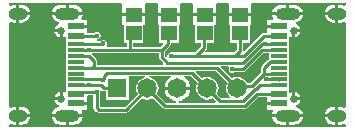
<source format=gtl>
G04*
G04 #@! TF.GenerationSoftware,Altium Limited,Altium Designer,20.0.10 (225)*
G04*
G04 Layer_Physical_Order=1*
G04 Layer_Color=255*
%FSLAX25Y25*%
%MOIN*%
G70*
G01*
G75*
%ADD14R,0.05709X0.02362*%
%ADD15R,0.05709X0.01181*%
%ADD16R,0.05512X0.05118*%
%ADD24C,0.02559*%
%ADD26C,0.01000*%
%ADD27C,0.06496*%
%ADD28R,0.06496X0.06496*%
%ADD29O,0.08268X0.03937*%
%ADD30O,0.06299X0.03937*%
%ADD31C,0.01496*%
G36*
X117878Y41791D02*
X117378Y41471D01*
X116940Y41652D01*
X116165Y41754D01*
X115484D01*
Y38760D01*
Y35766D01*
X116165D01*
X116940Y35868D01*
X117378Y36049D01*
X117878Y35729D01*
Y7775D01*
X117378Y7455D01*
X116940Y7636D01*
X116165Y7738D01*
X115484D01*
Y4744D01*
Y1750D01*
X116165D01*
X116940Y1852D01*
X117378Y2033D01*
X117878Y1713D01*
Y1020D01*
X5744D01*
Y1717D01*
X6244Y2035D01*
X6686Y1852D01*
X7461Y1750D01*
X8142D01*
Y4744D01*
Y7738D01*
X7461D01*
X6686Y7636D01*
X6244Y7453D01*
X5744Y7771D01*
Y35733D01*
X6244Y36051D01*
X6686Y35868D01*
X7461Y35766D01*
X8142D01*
Y38760D01*
Y41754D01*
X7461D01*
X6686Y41652D01*
X6244Y41469D01*
X5744Y41787D01*
Y42287D01*
X43087D01*
X43486Y42043D01*
X43486Y41787D01*
Y38984D01*
X50998D01*
Y41787D01*
X50998Y42043D01*
X51397Y42287D01*
X54898D01*
X55297Y42043D01*
X55297Y41787D01*
Y38984D01*
X62809D01*
Y41787D01*
X62809Y42043D01*
X63208Y42287D01*
X66709D01*
X67108Y42043D01*
X67108Y41787D01*
Y38984D01*
X74620D01*
Y41787D01*
X74620Y42043D01*
X75019Y42287D01*
X78521D01*
X78919Y42043D01*
X78919Y41787D01*
Y38984D01*
X86431D01*
Y41787D01*
X86431Y42043D01*
X86830Y42287D01*
X117878D01*
Y41791D01*
D02*
G37*
%LPC*%
G36*
X100693Y41754D02*
X99028D01*
Y39260D01*
X103621D01*
X103585Y39535D01*
X103286Y40257D01*
X102810Y40877D01*
X102190Y41353D01*
X101468Y41652D01*
X100693Y41754D01*
D02*
G37*
G36*
X114484D02*
X113803D01*
X113028Y41652D01*
X112306Y41353D01*
X111686Y40877D01*
X111210Y40257D01*
X110911Y39535D01*
X110875Y39260D01*
X114484D01*
Y41754D01*
D02*
G37*
G36*
X98027D02*
X96362D01*
X95587Y41652D01*
X94865Y41353D01*
X94245Y40877D01*
X93769Y40257D01*
X93470Y39535D01*
X93434Y39260D01*
X98027D01*
Y41754D01*
D02*
G37*
G36*
X27264Y41754D02*
X25598D01*
Y39260D01*
X30192D01*
X30156Y39535D01*
X29857Y40257D01*
X29381Y40877D01*
X28761Y41353D01*
X28039Y41652D01*
X27264Y41754D01*
D02*
G37*
G36*
X9823D02*
X9142D01*
Y39260D01*
X12751D01*
X12715Y39535D01*
X12416Y40257D01*
X11940Y40877D01*
X11320Y41353D01*
X10598Y41652D01*
X9823Y41754D01*
D02*
G37*
G36*
X24598D02*
X22933D01*
X22158Y41652D01*
X21436Y41353D01*
X20816Y40877D01*
X20340Y40257D01*
X20041Y39535D01*
X20005Y39260D01*
X24598D01*
Y41754D01*
D02*
G37*
G36*
X114484Y38260D02*
X110875D01*
X110911Y37985D01*
X111210Y37263D01*
X111686Y36643D01*
X112306Y36167D01*
X113028Y35868D01*
X113803Y35766D01*
X114484D01*
Y38260D01*
D02*
G37*
G36*
X12751Y38260D02*
X9142D01*
Y35766D01*
X9823D01*
X10598Y35868D01*
X11320Y36167D01*
X11940Y36643D01*
X12416Y37263D01*
X12715Y37985D01*
X12751Y38260D01*
D02*
G37*
G36*
X102839Y32630D02*
X101114D01*
Y30905D01*
X101504Y30983D01*
X102258Y31486D01*
X102761Y32241D01*
X102839Y32630D01*
D02*
G37*
G36*
X22512Y32630D02*
X20787D01*
X20865Y32241D01*
X21368Y31486D01*
X22122Y30983D01*
X22512Y30905D01*
Y32630D01*
D02*
G37*
G36*
X103621Y38260D02*
X98527D01*
X93434D01*
X93470Y37985D01*
X93769Y37263D01*
X93835Y37177D01*
X93614Y36728D01*
X91819D01*
Y35047D01*
X95673D01*
Y34047D01*
X91819D01*
Y32417D01*
X90551D01*
X90161Y32340D01*
X89830Y32119D01*
X84098Y26387D01*
X83598Y26594D01*
Y29126D01*
X85931D01*
Y34925D01*
X86431D01*
Y37984D01*
X78919D01*
Y34925D01*
X79419D01*
Y29126D01*
X81559D01*
Y26800D01*
X80582Y25823D01*
X71127D01*
X70935Y26285D01*
X71390Y26740D01*
X71611Y27070D01*
X71689Y27461D01*
Y29126D01*
X74120D01*
Y34925D01*
X74620D01*
Y37984D01*
X67108D01*
Y34925D01*
X67608D01*
Y29126D01*
X69650D01*
Y27883D01*
X67589Y25823D01*
X60465D01*
X60231Y25979D01*
X59744Y26076D01*
X59257Y25979D01*
X58844Y25703D01*
X58569Y25290D01*
X58472Y24803D01*
X58551Y24405D01*
X58306Y24191D01*
X58138Y24111D01*
X57614Y24635D01*
Y26251D01*
X59284Y27921D01*
X59505Y28251D01*
X59583Y28642D01*
Y29126D01*
X62309D01*
Y34925D01*
X62809D01*
Y37984D01*
X55297D01*
Y34925D01*
X55797D01*
Y29126D01*
X56898D01*
X57105Y28626D01*
X56172Y27693D01*
X46984D01*
Y29126D01*
X50498D01*
Y34925D01*
X50998D01*
Y37984D01*
X43486D01*
Y34925D01*
X43986D01*
Y29126D01*
X44945D01*
Y27693D01*
X38443D01*
X38176Y28193D01*
X38282Y28352D01*
X38379Y28839D01*
X38282Y29326D01*
X38006Y29738D01*
X37593Y30014D01*
X37106Y30111D01*
X36619Y30014D01*
X36206Y29738D01*
X36155Y29661D01*
X35172D01*
X35123Y30161D01*
X35428Y30222D01*
X35841Y30498D01*
X36117Y30911D01*
X36213Y31398D01*
X36117Y31885D01*
X35841Y32297D01*
X35428Y32573D01*
X34941Y32670D01*
X34454Y32573D01*
X34220Y32417D01*
X31807D01*
Y34047D01*
X27953D01*
Y35047D01*
X31807D01*
Y36728D01*
X30012D01*
X29791Y37177D01*
X29857Y37263D01*
X30156Y37985D01*
X30192Y38260D01*
X25098D01*
X20005D01*
X20041Y37985D01*
X20340Y37263D01*
X20816Y36643D01*
X21436Y36167D01*
X22158Y35868D01*
X22381Y35838D01*
X22398Y35332D01*
X22122Y35277D01*
X21368Y34773D01*
X20865Y34019D01*
X20787Y33630D01*
X23012D01*
Y33130D01*
X23512D01*
Y30905D01*
X23901Y30983D01*
X24158Y31154D01*
X24598Y30918D01*
Y25583D01*
Y21646D01*
Y17709D01*
Y12586D01*
X24158Y12350D01*
X23901Y12521D01*
X23512Y12599D01*
Y10374D01*
X23012D01*
Y9874D01*
X20787D01*
X20865Y9485D01*
X21368Y8731D01*
X22122Y8227D01*
X22398Y8172D01*
X22381Y7666D01*
X22158Y7636D01*
X21436Y7337D01*
X20816Y6861D01*
X20340Y6241D01*
X20041Y5519D01*
X20005Y5244D01*
X25098D01*
X30192D01*
X30156Y5519D01*
X29857Y6241D01*
X29791Y6327D01*
X30012Y6776D01*
X31807D01*
Y8457D01*
X27953D01*
Y9457D01*
X31807D01*
Y11138D01*
X31807D01*
X31949Y11579D01*
X33823D01*
Y7480D01*
X33900Y7090D01*
X34122Y6759D01*
X34811Y6070D01*
X35141Y5849D01*
X35531Y5772D01*
X44726D01*
X45117Y5849D01*
X45447Y6070D01*
X49964Y10587D01*
X50835Y10226D01*
X51813Y10098D01*
X52791Y10226D01*
X53662Y10587D01*
X56840Y7409D01*
X57171Y7188D01*
X57561Y7110D01*
X84389D01*
X84779Y7188D01*
X85110Y7409D01*
X88788Y11087D01*
X91819D01*
Y9457D01*
X95673D01*
Y8457D01*
X91819D01*
Y6776D01*
X93614D01*
X93835Y6327D01*
X93769Y6241D01*
X93470Y5519D01*
X93434Y5244D01*
X98527D01*
X103621D01*
X103585Y5519D01*
X103286Y6241D01*
X102810Y6861D01*
X102190Y7337D01*
X101468Y7636D01*
X101245Y7666D01*
X101228Y8172D01*
X101504Y8227D01*
X102258Y8731D01*
X102761Y9485D01*
X102839Y9874D01*
X100614D01*
Y10374D01*
X100114D01*
Y12599D01*
X99725Y12521D01*
X99468Y12350D01*
X99028Y12586D01*
Y15740D01*
Y19677D01*
Y23614D01*
Y27551D01*
Y30918D01*
X99468Y31154D01*
X99725Y30983D01*
X100114Y30905D01*
Y33130D01*
X100614D01*
Y33630D01*
X102839D01*
X102761Y34019D01*
X102258Y34773D01*
X101504Y35277D01*
X101228Y35332D01*
X101245Y35838D01*
X101468Y35868D01*
X102190Y36167D01*
X102810Y36643D01*
X103286Y37263D01*
X103585Y37985D01*
X103621Y38260D01*
D02*
G37*
G36*
X101114Y12599D02*
Y10874D01*
X102839D01*
X102761Y11263D01*
X102258Y12017D01*
X101504Y12521D01*
X101114Y12599D01*
D02*
G37*
G36*
X22512Y12599D02*
X22122Y12521D01*
X21368Y12017D01*
X20865Y11263D01*
X20787Y10874D01*
X22512D01*
Y12599D01*
D02*
G37*
G36*
X114484Y7738D02*
X113803D01*
X113028Y7636D01*
X112306Y7337D01*
X111686Y6861D01*
X111210Y6241D01*
X110911Y5519D01*
X110875Y5244D01*
X114484D01*
Y7738D01*
D02*
G37*
G36*
X9823Y7738D02*
X9142D01*
Y5244D01*
X12751D01*
X12715Y5519D01*
X12416Y6241D01*
X11940Y6861D01*
X11320Y7337D01*
X10598Y7636D01*
X9823Y7738D01*
D02*
G37*
G36*
X114484Y4244D02*
X110875D01*
X110911Y3969D01*
X111210Y3247D01*
X111686Y2627D01*
X112306Y2151D01*
X113028Y1852D01*
X113803Y1750D01*
X114484D01*
Y4244D01*
D02*
G37*
G36*
X103621D02*
X99028D01*
Y1750D01*
X100693D01*
X101468Y1852D01*
X102190Y2151D01*
X102810Y2627D01*
X103286Y3247D01*
X103585Y3969D01*
X103621Y4244D01*
D02*
G37*
G36*
X98027D02*
X93434D01*
X93470Y3969D01*
X93769Y3247D01*
X94245Y2627D01*
X94865Y2151D01*
X95587Y1852D01*
X96362Y1750D01*
X98027D01*
Y4244D01*
D02*
G37*
G36*
X30192Y4244D02*
X25598D01*
Y1750D01*
X27264D01*
X28039Y1852D01*
X28761Y2151D01*
X29381Y2627D01*
X29857Y3247D01*
X30156Y3969D01*
X30192Y4244D01*
D02*
G37*
G36*
X24598D02*
X20005D01*
X20041Y3969D01*
X20340Y3247D01*
X20816Y2627D01*
X21436Y2151D01*
X22158Y1852D01*
X22933Y1750D01*
X24598D01*
Y4244D01*
D02*
G37*
G36*
X12751D02*
X9142D01*
Y1750D01*
X9823D01*
X10598Y1852D01*
X11320Y2151D01*
X11940Y2627D01*
X12416Y3247D01*
X12715Y3969D01*
X12751Y4244D01*
D02*
G37*
%LPD*%
G36*
X55575Y24213D02*
X55652Y23822D01*
X55874Y23492D01*
X57116Y22249D01*
X56925Y21787D01*
X34878D01*
Y23130D01*
X34800Y23520D01*
X34579Y23851D01*
X33307Y25123D01*
X33293Y25193D01*
X33484Y25654D01*
X55575D01*
Y24213D01*
D02*
G37*
G36*
X92319Y23591D02*
X92302Y23588D01*
X91971Y23367D01*
X90095Y21490D01*
X89873Y21159D01*
X89796Y20769D01*
Y19221D01*
X86139Y15564D01*
X85171D01*
X85087Y15768D01*
X84486Y16551D01*
X83703Y17152D01*
X82791Y17529D01*
X81813Y17658D01*
X80835Y17529D01*
X79964Y17169D01*
X76173Y20959D01*
X76365Y21421D01*
X78781D01*
X79049Y20921D01*
X78943Y20763D01*
X78846Y20276D01*
X78943Y19789D01*
X79218Y19376D01*
X79631Y19100D01*
X80118Y19003D01*
X80605Y19100D01*
X80839Y19256D01*
X83672D01*
X84062Y19334D01*
X84393Y19555D01*
X90492Y25654D01*
X92319D01*
Y23591D01*
D02*
G37*
G36*
X51179Y17575D02*
X50835Y17529D01*
X49923Y17152D01*
X49140Y16551D01*
X48539Y15768D01*
X48161Y14856D01*
X48033Y13878D01*
X48161Y12900D01*
X48522Y12029D01*
X44304Y7811D01*
X35954D01*
X35862Y7903D01*
Y11878D01*
X36018Y12111D01*
X36115Y12598D01*
X36060Y12873D01*
X36398Y13099D01*
X36518Y13134D01*
X36815Y12936D01*
X37205Y12858D01*
X38065D01*
Y10130D01*
X45561D01*
Y17626D01*
X45561D01*
X45684Y18075D01*
X51147D01*
X51179Y17575D01*
D02*
G37*
G36*
X68522Y15727D02*
X68161Y14856D01*
X68033Y13878D01*
X68161Y12900D01*
X68539Y11988D01*
X69140Y11205D01*
X69923Y10604D01*
X70835Y10226D01*
X71813Y10098D01*
X72791Y10226D01*
X73662Y10587D01*
X74638Y9612D01*
X74446Y9149D01*
X62273D01*
X62240Y9650D01*
X62922Y9739D01*
X63955Y10167D01*
X64843Y10848D01*
X65524Y11736D01*
X65952Y12769D01*
X66032Y13378D01*
X57594D01*
X57674Y12769D01*
X58102Y11736D01*
X58783Y10848D01*
X59671Y10167D01*
X60704Y9739D01*
X61386Y9650D01*
X61353Y9149D01*
X57983D01*
X55104Y12029D01*
X55465Y12900D01*
X55593Y13878D01*
X55465Y14856D01*
X55087Y15768D01*
X54486Y16551D01*
X53703Y17152D01*
X52791Y17529D01*
X52447Y17575D01*
X52479Y18075D01*
X59522D01*
X59658Y17624D01*
X59653Y17575D01*
X58783Y16908D01*
X58102Y16020D01*
X57674Y14987D01*
X57594Y14378D01*
X66032D01*
X65952Y14987D01*
X65524Y16020D01*
X64843Y16908D01*
X63973Y17575D01*
X63968Y17624D01*
X64104Y18075D01*
X66174D01*
X68522Y15727D01*
D02*
G37*
G36*
X78522D02*
X78161Y14856D01*
X78033Y13878D01*
X78161Y12900D01*
X78539Y11988D01*
X79140Y11205D01*
X79246Y11123D01*
X79086Y10650D01*
X76483D01*
X75104Y12029D01*
X75464Y12900D01*
X75593Y13878D01*
X75464Y14856D01*
X75087Y15768D01*
X74486Y16551D01*
X73703Y17152D01*
X72791Y17529D01*
X71813Y17658D01*
X70835Y17529D01*
X69964Y17169D01*
X67847Y19286D01*
X68038Y19748D01*
X74501D01*
X78522Y15727D01*
D02*
G37*
D14*
X95673Y34547D02*
D03*
Y31398D02*
D03*
Y12106D02*
D03*
Y8957D02*
D03*
X27953Y8957D02*
D03*
Y12106D02*
D03*
Y31398D02*
D03*
Y34547D02*
D03*
D15*
X95673Y28642D02*
D03*
Y26673D02*
D03*
Y24705D02*
D03*
Y22736D02*
D03*
Y14862D02*
D03*
Y16831D02*
D03*
Y18799D02*
D03*
Y20768D02*
D03*
X27953Y14862D02*
D03*
Y16831D02*
D03*
Y18799D02*
D03*
Y20768D02*
D03*
Y28642D02*
D03*
Y26673D02*
D03*
Y24705D02*
D03*
Y22736D02*
D03*
D16*
X70864Y38484D02*
D03*
Y32185D02*
D03*
X59053Y38484D02*
D03*
Y32185D02*
D03*
X82675Y38484D02*
D03*
Y32185D02*
D03*
X47242Y38484D02*
D03*
Y32185D02*
D03*
D24*
X100614Y33130D02*
D03*
Y10374D02*
D03*
X23012Y10374D02*
D03*
Y33130D02*
D03*
D26*
X89917Y28642D02*
X95673D01*
X91339Y16831D02*
X95673D01*
X95583Y16740D02*
X95673Y16831D01*
X71813Y13878D02*
X76061Y9630D01*
X66596Y19094D02*
X71813Y13878D01*
X80118Y20276D02*
X83672D01*
X90069Y26673D02*
X95673D01*
X83672Y20276D02*
X90069Y26673D01*
X95583Y22646D02*
X95673Y22736D01*
X92692Y22646D02*
X95583D01*
X90815Y20769D02*
X92692Y22646D01*
X90815Y18799D02*
Y20769D01*
X51813Y13878D02*
X57561Y8130D01*
X87744Y13606D02*
X87968D01*
X84389Y8130D02*
X88365Y12106D01*
X76061Y9630D02*
X83767D01*
X87968Y13606D02*
X89224Y14862D01*
X88365Y12106D02*
X95673D01*
X57561Y8130D02*
X84389D01*
X83767Y9630D02*
X87744Y13606D01*
X89224Y14862D02*
X95673D01*
X81813Y13878D02*
X82480Y14545D01*
X86561D01*
X90815Y18799D01*
X95673D01*
X83716Y22441D02*
X89917Y28642D01*
X58366Y22441D02*
X83716D01*
X56595Y24213D02*
X58366Y22441D01*
X56595Y24213D02*
Y26673D01*
X58563Y28642D02*
Y31695D01*
X45571Y26673D02*
X56595D01*
X58563Y28642D01*
X59744Y24803D02*
X68012D01*
X38189Y19094D02*
X66596D01*
X37106Y16732D02*
X37201Y16827D01*
Y18107D01*
X38189Y19094D01*
X37205Y13878D02*
X41813D01*
X32480Y14862D02*
X36220D01*
X37205Y13878D01*
X27953Y12106D02*
X28445Y12598D01*
X34843D01*
X44726Y6791D02*
X51813Y13878D01*
X35531Y6791D02*
X44726D01*
X34843Y7480D02*
Y12598D01*
Y7480D02*
X35531Y6791D01*
X90551Y31398D02*
X95673D01*
X83957Y24803D02*
X90551Y31398D01*
X81004Y24803D02*
X83957D01*
X82579Y32089D02*
X82675Y32185D01*
X82579Y26378D02*
Y32089D01*
X68012Y24803D02*
X81004D01*
X82579Y26378D01*
X70669Y31990D02*
X70864Y32185D01*
X70669Y27461D02*
Y31990D01*
X68012Y24803D02*
X70669Y27461D01*
X36909Y28642D02*
X37106Y28839D01*
X27953Y28642D02*
X36909D01*
X58563Y31695D02*
X59053Y32185D01*
X45965Y30907D02*
X47242Y32185D01*
X45965Y27067D02*
Y30907D01*
X45571Y26673D02*
X45965Y27067D01*
X32480Y26673D02*
X45571D01*
X74923Y20768D02*
X81813Y13878D01*
X33272Y20768D02*
X74923D01*
X33858Y21353D02*
Y23130D01*
X27953Y20768D02*
X27953Y20768D01*
X33272D01*
X33858Y21353D01*
X27953Y24705D02*
X32283D01*
X33858Y23130D01*
X27953Y31398D02*
X34941D01*
X34941Y31398D01*
X27953Y31398D02*
X28248Y31102D01*
X27953Y16831D02*
X37008D01*
X37106Y16732D01*
X27953Y14862D02*
X32480D01*
X32480Y14862D01*
X27953Y26673D02*
X32480D01*
X27953Y24705D02*
X28043Y24614D01*
D27*
X81813Y13878D02*
D03*
X71813D02*
D03*
X61813D02*
D03*
X51813D02*
D03*
D28*
X41813D02*
D03*
D29*
X98527Y38760D02*
D03*
Y4744D02*
D03*
X25098Y4744D02*
D03*
Y38760D02*
D03*
D30*
X114984Y4744D02*
D03*
Y38760D02*
D03*
X8642Y38760D02*
D03*
Y4744D02*
D03*
D31*
X91339Y16831D02*
D03*
X91142Y28740D02*
D03*
X80118Y20276D02*
D03*
X59744Y24803D02*
D03*
X34843Y12598D02*
D03*
X37106Y28839D02*
D03*
X34941Y31398D02*
D03*
X37106Y16732D02*
D03*
X32480Y14862D02*
D03*
X32480Y26673D02*
D03*
M02*

</source>
